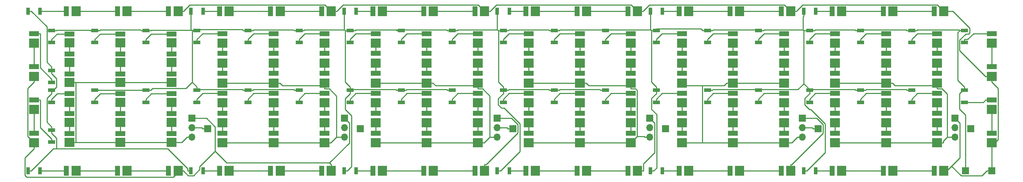
<source format=gbr>
G04 #@! TF.FileFunction,Copper,L1,Top,Signal*
%FSLAX46Y46*%
G04 Gerber Fmt 4.6, Leading zero omitted, Abs format (unit mm)*
G04 Created by KiCad (PCBNEW 4.0.7-e2-6376~58~ubuntu16.04.1) date Thu May 17 13:03:46 2018*
%MOMM*%
%LPD*%
G01*
G04 APERTURE LIST*
%ADD10C,0.100000*%
%ADD11R,1.700000X1.700000*%
%ADD12O,1.700000X1.700000*%
%ADD13R,2.400000X2.200000*%
%ADD14R,2.400000X1.200000*%
%ADD15R,2.200000X2.400000*%
%ADD16R,1.200000X2.400000*%
%ADD17R,1.700000X0.900000*%
%ADD18R,0.900000X1.700000*%
%ADD19C,0.250000*%
G04 APERTURE END LIST*
D10*
D11*
X264160000Y-129540000D03*
X77470000Y-116840000D03*
D12*
X77470000Y-119126000D03*
X77470000Y-121412000D03*
D13*
X72520000Y-122675000D03*
D14*
X72520000Y-120575000D03*
D13*
X72520000Y-117858000D03*
D14*
X72520000Y-115758000D03*
D13*
X72520000Y-113040000D03*
D14*
X72520000Y-110940000D03*
D13*
X72520000Y-108222000D03*
D14*
X72520000Y-106122000D03*
D13*
X72520000Y-103405000D03*
D14*
X72520000Y-101305000D03*
D13*
X72520000Y-98587500D03*
D14*
X72520000Y-96487500D03*
D13*
X60200000Y-122675000D03*
D14*
X60200000Y-120575000D03*
D13*
X60200000Y-117858000D03*
D14*
X60200000Y-115758000D03*
D13*
X60200000Y-113040000D03*
D14*
X60200000Y-110940000D03*
D13*
X60200000Y-108222000D03*
D14*
X60200000Y-106122000D03*
D13*
X60200000Y-103405000D03*
D14*
X60200000Y-101305000D03*
D13*
X60200000Y-98587500D03*
D14*
X60200000Y-96487500D03*
D13*
X47880000Y-122675000D03*
D14*
X47880000Y-120575000D03*
D13*
X47880000Y-117858000D03*
D14*
X47880000Y-115758000D03*
D13*
X47880000Y-113040000D03*
D14*
X47880000Y-110940000D03*
D13*
X47880000Y-108222000D03*
D14*
X47880000Y-106122000D03*
D13*
X47880000Y-103405000D03*
D14*
X47880000Y-101305000D03*
D13*
X47880000Y-98587500D03*
D14*
X47880000Y-96487500D03*
D11*
X81280000Y-119380000D03*
X270510000Y-129540000D03*
D13*
X39370000Y-98687500D03*
D14*
X39370000Y-96387500D03*
D13*
X39370000Y-106717000D03*
D14*
X39370000Y-104417000D03*
D13*
X39370000Y-114746000D03*
D14*
X39370000Y-112446000D03*
D13*
X39370000Y-122775000D03*
D14*
X39370000Y-120475000D03*
D15*
X49480000Y-91000000D03*
D16*
X47180000Y-91000000D03*
D15*
X49480000Y-129540000D03*
D16*
X47180000Y-129540000D03*
D15*
X61800000Y-91000000D03*
D16*
X59500000Y-91000000D03*
D15*
X61800000Y-129540000D03*
D16*
X59500000Y-129540000D03*
D15*
X74120000Y-91000000D03*
D16*
X71820000Y-91000000D03*
D15*
X74120000Y-129540000D03*
D16*
X71820000Y-129540000D03*
D13*
X84840000Y-98687500D03*
D14*
X84840000Y-96387500D03*
D13*
X84840000Y-103505000D03*
D14*
X84840000Y-101205000D03*
D13*
X84840000Y-108322000D03*
D14*
X84840000Y-106022000D03*
D13*
X84840000Y-113140000D03*
D14*
X84840000Y-110840000D03*
D13*
X84840000Y-117958000D03*
D14*
X84840000Y-115658000D03*
D13*
X84840000Y-122775000D03*
D14*
X84840000Y-120475000D03*
D15*
X86440000Y-91000000D03*
D16*
X84140000Y-91000000D03*
D15*
X86440000Y-129540000D03*
D16*
X84140000Y-129540000D03*
D15*
X98760000Y-91000000D03*
D16*
X96460000Y-91000000D03*
D13*
X97160000Y-98687500D03*
D14*
X97160000Y-96387500D03*
D13*
X97160000Y-103505000D03*
D14*
X97160000Y-101205000D03*
D13*
X97160000Y-108322000D03*
D14*
X97160000Y-106022000D03*
D13*
X97160000Y-113140000D03*
D14*
X97160000Y-110840000D03*
D13*
X97160000Y-117958000D03*
D14*
X97160000Y-115658000D03*
D13*
X97160000Y-122775000D03*
D14*
X97160000Y-120475000D03*
D15*
X98760000Y-129540000D03*
D16*
X96460000Y-129540000D03*
D15*
X111080000Y-91000000D03*
D16*
X108780000Y-91000000D03*
D15*
X111080000Y-129540000D03*
D16*
X108780000Y-129540000D03*
D13*
X109480000Y-98687500D03*
D14*
X109480000Y-96387500D03*
D13*
X109480000Y-103505000D03*
D14*
X109480000Y-101205000D03*
D13*
X109480000Y-108322000D03*
D14*
X109480000Y-106022000D03*
D13*
X109480000Y-113140000D03*
D14*
X109480000Y-110840000D03*
D13*
X109480000Y-117958000D03*
D14*
X109480000Y-115658000D03*
D13*
X109480000Y-122775000D03*
D14*
X109480000Y-120475000D03*
D13*
X121800000Y-98687500D03*
D14*
X121800000Y-96387500D03*
D13*
X121800000Y-103505000D03*
D14*
X121800000Y-101205000D03*
D13*
X121800000Y-108322000D03*
D14*
X121800000Y-106022000D03*
D13*
X121800000Y-113140000D03*
D14*
X121800000Y-110840000D03*
D13*
X121800000Y-117950000D03*
D14*
X121800000Y-115650000D03*
D13*
X121800000Y-122775000D03*
D14*
X121800000Y-120475000D03*
D15*
X123400000Y-91000000D03*
D16*
X121100000Y-91000000D03*
D15*
X123400000Y-129540000D03*
D16*
X121100000Y-129540000D03*
D13*
X134120000Y-98687500D03*
D14*
X134120000Y-96387500D03*
D13*
X134120000Y-103505000D03*
D14*
X134120000Y-101205000D03*
D13*
X134120000Y-108322000D03*
D14*
X134120000Y-106022000D03*
D13*
X134120000Y-113140000D03*
D14*
X134120000Y-110840000D03*
D13*
X134120000Y-117958000D03*
D14*
X134120000Y-115658000D03*
D13*
X134120000Y-122775000D03*
D14*
X134120000Y-120475000D03*
D15*
X135720000Y-91000000D03*
D16*
X133420000Y-91000000D03*
D15*
X135720000Y-129540000D03*
D16*
X133420000Y-129540000D03*
D15*
X148040000Y-91000000D03*
D16*
X145740000Y-91000000D03*
D13*
X146440000Y-98687500D03*
D14*
X146440000Y-96387500D03*
D13*
X146440000Y-103505000D03*
D14*
X146440000Y-101205000D03*
D13*
X146440000Y-108322000D03*
D14*
X146440000Y-106022000D03*
D13*
X146440000Y-113140000D03*
D14*
X146440000Y-110840000D03*
D13*
X146440000Y-117958000D03*
D14*
X146440000Y-115658000D03*
D13*
X146440000Y-122775000D03*
D14*
X146440000Y-120475000D03*
D15*
X148040000Y-129540000D03*
D16*
X145740000Y-129540000D03*
D13*
X270510000Y-98687500D03*
D14*
X270510000Y-96387500D03*
D13*
X270510000Y-106717000D03*
D14*
X270510000Y-104417000D03*
D13*
X270510000Y-114746000D03*
D14*
X270510000Y-112446000D03*
D13*
X270510000Y-122775000D03*
D14*
X270510000Y-120475000D03*
D11*
X118110000Y-119380000D03*
X265430000Y-119380000D03*
X114300000Y-116840000D03*
D12*
X114300000Y-119126000D03*
X114300000Y-121412000D03*
D11*
X151130000Y-116840000D03*
D12*
X151130000Y-119126000D03*
X151130000Y-121412000D03*
D17*
X43625000Y-105272000D03*
X43625000Y-108172000D03*
X43625000Y-119725000D03*
X43625000Y-122625000D03*
D18*
X37920000Y-91000000D03*
X40820000Y-91000000D03*
X37920000Y-129540000D03*
X40820000Y-129540000D03*
X77230000Y-91000000D03*
X80130000Y-91000000D03*
D17*
X78680000Y-95637500D03*
X78680000Y-98537500D03*
X78680000Y-110090000D03*
X78680000Y-112990000D03*
D18*
X77230000Y-129540000D03*
X80130000Y-129540000D03*
D17*
X91000000Y-95637500D03*
X91000000Y-98537500D03*
X91000000Y-110090000D03*
X91000000Y-112990000D03*
X103320000Y-95637500D03*
X103320000Y-98537500D03*
X103320000Y-110090000D03*
X103320000Y-112990000D03*
X115640000Y-95637500D03*
X115640000Y-98537500D03*
X115640000Y-110090000D03*
X115640000Y-112990000D03*
D18*
X114190000Y-91000000D03*
X117090000Y-91000000D03*
X114190000Y-129540000D03*
X117090000Y-129540000D03*
D17*
X127960000Y-95637500D03*
X127960000Y-98537500D03*
X127960000Y-110090000D03*
X127960000Y-112990000D03*
X140280000Y-95637500D03*
X140280000Y-98537500D03*
X140280000Y-110090000D03*
X140280000Y-112990000D03*
X263915000Y-95637500D03*
X263915000Y-98537500D03*
X263915000Y-110090000D03*
X263915000Y-112990000D03*
X43625000Y-95637500D03*
X43625000Y-98537500D03*
X43625000Y-110090000D03*
X43625000Y-112990000D03*
X54040000Y-95637500D03*
X54040000Y-98537500D03*
X54040000Y-110090000D03*
X54040000Y-112990000D03*
X66360000Y-95637500D03*
X66360000Y-98537500D03*
X66360000Y-110090000D03*
X66360000Y-112990000D03*
D13*
X158750000Y-98687500D03*
D14*
X158750000Y-96387500D03*
D13*
X158760000Y-103505000D03*
D14*
X158760000Y-101205000D03*
D13*
X158760000Y-108322000D03*
D14*
X158760000Y-106022000D03*
D13*
X158750000Y-113140000D03*
D14*
X158750000Y-110840000D03*
D13*
X158760000Y-117958000D03*
D14*
X158760000Y-115658000D03*
D13*
X158750000Y-122775000D03*
D14*
X158750000Y-120475000D03*
D15*
X160360000Y-91000000D03*
D16*
X158060000Y-91000000D03*
D15*
X160360000Y-129540000D03*
D16*
X158060000Y-129540000D03*
D13*
X171080000Y-98687500D03*
D14*
X171080000Y-96387500D03*
D13*
X171080000Y-103505000D03*
D14*
X171080000Y-101205000D03*
D13*
X171080000Y-108322000D03*
D14*
X171080000Y-106022000D03*
D13*
X171080000Y-113140000D03*
D14*
X171080000Y-110840000D03*
D13*
X171080000Y-117958000D03*
D14*
X171080000Y-115658000D03*
D13*
X171080000Y-122775000D03*
D14*
X171080000Y-120475000D03*
D15*
X172680000Y-91000000D03*
D16*
X170380000Y-91000000D03*
D15*
X172680000Y-129540000D03*
D16*
X170380000Y-129540000D03*
D15*
X185000000Y-91000000D03*
D16*
X182700000Y-91000000D03*
D13*
X183400000Y-98687500D03*
D14*
X183400000Y-96387500D03*
D13*
X183400000Y-103505000D03*
D14*
X183400000Y-101205000D03*
D13*
X183400000Y-108322000D03*
D14*
X183400000Y-106022000D03*
D13*
X183400000Y-113140000D03*
D14*
X183400000Y-110840000D03*
D13*
X183400000Y-117958000D03*
D14*
X183400000Y-115658000D03*
D13*
X183400000Y-122775000D03*
D14*
X183400000Y-120475000D03*
D15*
X185000000Y-129540000D03*
D16*
X182700000Y-129540000D03*
D13*
X195720000Y-98687500D03*
D14*
X195720000Y-96387500D03*
D13*
X195720000Y-103505000D03*
D14*
X195720000Y-101205000D03*
D13*
X195720000Y-108322000D03*
D14*
X195720000Y-106022000D03*
D13*
X195720000Y-113140000D03*
D14*
X195720000Y-110840000D03*
D13*
X195720000Y-117958000D03*
D14*
X195720000Y-115658000D03*
D13*
X195720000Y-122775000D03*
D14*
X195720000Y-120475000D03*
D15*
X197320000Y-91000000D03*
D16*
X195020000Y-91000000D03*
D15*
X197320000Y-129540000D03*
D16*
X195020000Y-129540000D03*
D13*
X208040000Y-98687500D03*
D14*
X208040000Y-96387500D03*
D13*
X208040000Y-103505000D03*
D14*
X208040000Y-101205000D03*
D13*
X208040000Y-108322000D03*
D14*
X208040000Y-106022000D03*
D13*
X208040000Y-113140000D03*
D14*
X208040000Y-110840000D03*
D13*
X208040000Y-117958000D03*
D14*
X208040000Y-115658000D03*
D13*
X208040000Y-122775000D03*
D14*
X208040000Y-120475000D03*
D15*
X209640000Y-91000000D03*
D16*
X207340000Y-91000000D03*
D15*
X209640000Y-129540000D03*
D16*
X207340000Y-129540000D03*
D15*
X221960000Y-91000000D03*
D16*
X219660000Y-91000000D03*
D13*
X220360000Y-98687500D03*
D14*
X220360000Y-96387500D03*
D13*
X220360000Y-103505000D03*
D14*
X220360000Y-101205000D03*
D13*
X220360000Y-108322000D03*
D14*
X220360000Y-106022000D03*
D13*
X220360000Y-113140000D03*
D14*
X220360000Y-110840000D03*
D13*
X220360000Y-117958000D03*
D14*
X220360000Y-115658000D03*
D13*
X220360000Y-122775000D03*
D14*
X220360000Y-120475000D03*
D15*
X221960000Y-129540000D03*
D16*
X219660000Y-129540000D03*
D13*
X232680000Y-98687500D03*
D14*
X232680000Y-96387500D03*
D13*
X232680000Y-103505000D03*
D14*
X232680000Y-101205000D03*
D13*
X232680000Y-108322000D03*
D14*
X232680000Y-106022000D03*
D13*
X232680000Y-113140000D03*
D14*
X232680000Y-110840000D03*
D13*
X232680000Y-117958000D03*
D14*
X232680000Y-115658000D03*
D13*
X232680000Y-122775000D03*
D14*
X232680000Y-120475000D03*
D15*
X234280000Y-91000000D03*
D16*
X231980000Y-91000000D03*
D15*
X234280000Y-129540000D03*
D16*
X231980000Y-129540000D03*
D13*
X245000000Y-98687500D03*
D14*
X245000000Y-96387500D03*
D13*
X245000000Y-103505000D03*
D14*
X245000000Y-101205000D03*
D13*
X245000000Y-108322000D03*
D14*
X245000000Y-106022000D03*
D13*
X245000000Y-113140000D03*
D14*
X245000000Y-110840000D03*
D13*
X245000000Y-117958000D03*
D14*
X245000000Y-115658000D03*
D13*
X245000000Y-122775000D03*
D14*
X245000000Y-120475000D03*
D15*
X246600000Y-91000000D03*
D16*
X244300000Y-91000000D03*
D15*
X246600000Y-129540000D03*
D16*
X244300000Y-129540000D03*
D15*
X258920000Y-91000000D03*
D16*
X256620000Y-91000000D03*
D13*
X257320000Y-98687500D03*
D14*
X257320000Y-96387500D03*
D13*
X257320000Y-103505000D03*
D14*
X257320000Y-101205000D03*
D13*
X257320000Y-108322000D03*
D14*
X257320000Y-106022000D03*
D13*
X257320000Y-113140000D03*
D14*
X257320000Y-110840000D03*
D13*
X257320000Y-117958000D03*
D14*
X257320000Y-115658000D03*
D13*
X257320000Y-122775000D03*
D14*
X257320000Y-120475000D03*
D15*
X258920000Y-129540000D03*
D16*
X256620000Y-129540000D03*
D11*
X154940000Y-119380000D03*
X191770000Y-119380000D03*
X228600000Y-119380000D03*
X187960000Y-116840000D03*
D12*
X187960000Y-119126000D03*
X187960000Y-121412000D03*
D11*
X224790000Y-116840000D03*
D12*
X224790000Y-119126000D03*
X224790000Y-121412000D03*
D11*
X261620000Y-116840000D03*
D12*
X261620000Y-119126000D03*
X261620000Y-121412000D03*
D17*
X152600000Y-95637500D03*
X152600000Y-98537500D03*
X152600000Y-110090000D03*
X152600000Y-112990000D03*
D18*
X151150000Y-91000000D03*
X154050000Y-91000000D03*
X151150000Y-129540000D03*
X154050000Y-129540000D03*
D17*
X164920000Y-95637500D03*
X164920000Y-98537500D03*
X164920000Y-110090000D03*
X164920000Y-112990000D03*
X177240000Y-95637500D03*
X177240000Y-98537500D03*
X177240000Y-110090000D03*
X177240000Y-112990000D03*
X189560000Y-95637500D03*
X189560000Y-98537500D03*
X189560000Y-110090000D03*
X189560000Y-112990000D03*
D18*
X188110000Y-91000000D03*
X191010000Y-91000000D03*
X188110000Y-129540000D03*
X191010000Y-129540000D03*
D17*
X201880000Y-95637500D03*
X201880000Y-98537500D03*
X201880000Y-110090000D03*
X201880000Y-112990000D03*
X214200000Y-95637500D03*
X214200000Y-98537500D03*
X214200000Y-110090000D03*
X214200000Y-112990000D03*
X226520000Y-95637500D03*
X226520000Y-98537500D03*
X226520000Y-110090000D03*
X226520000Y-112990000D03*
D18*
X225070000Y-91000000D03*
X227970000Y-91000000D03*
X225070000Y-129540000D03*
X227970000Y-129540000D03*
D17*
X238840000Y-95637500D03*
X238840000Y-98537500D03*
X238840000Y-110090000D03*
X238840000Y-112990000D03*
X251160000Y-95637500D03*
X251160000Y-98537500D03*
X251160000Y-110090000D03*
X251160000Y-112990000D03*
D19*
X47880000Y-98587500D02*
X47880000Y-101305000D01*
X44899700Y-96487500D02*
X47880000Y-96487500D01*
X43625000Y-97762200D02*
X44899700Y-96487500D01*
X43625000Y-98537500D02*
X43625000Y-97762200D01*
X47880000Y-103405000D02*
X47880000Y-106122000D01*
X60200000Y-108222000D02*
X72520000Y-108222000D01*
X60200000Y-122675000D02*
X72520000Y-122675000D01*
X75031700Y-122675000D02*
X76294700Y-121412000D01*
X72520000Y-122675000D02*
X75031700Y-122675000D01*
X77470000Y-121412000D02*
X76294700Y-121412000D01*
X47880000Y-122675000D02*
X49405300Y-122675000D01*
X47880000Y-108222000D02*
X49405300Y-108222000D01*
X49405300Y-108222000D02*
X60200000Y-108222000D01*
X49405300Y-108222000D02*
X49405300Y-122675000D01*
X60200000Y-122675000D02*
X58674700Y-122675000D01*
X49405300Y-122675000D02*
X58674700Y-122675000D01*
X47880000Y-113040000D02*
X47880000Y-115758000D01*
X44899700Y-110940000D02*
X47880000Y-110940000D01*
X43625000Y-112214700D02*
X44899700Y-110940000D01*
X43625000Y-112990000D02*
X43625000Y-112214700D01*
X47880000Y-117858000D02*
X47880000Y-120575000D01*
X60200000Y-98587500D02*
X60200000Y-101305000D01*
X55314700Y-96487500D02*
X60200000Y-96487500D01*
X54040000Y-97762200D02*
X55314700Y-96487500D01*
X54040000Y-98537500D02*
X54040000Y-97762200D01*
X60200000Y-103405000D02*
X60200000Y-106122000D01*
X60200000Y-113040000D02*
X60200000Y-115758000D01*
X55314700Y-110940000D02*
X60200000Y-110940000D01*
X54040000Y-112214700D02*
X55314700Y-110940000D01*
X54040000Y-112990000D02*
X54040000Y-112214700D01*
X60200000Y-117858000D02*
X60200000Y-120575000D01*
X72520000Y-98587500D02*
X72520000Y-101305000D01*
X67634700Y-96487500D02*
X72520000Y-96487500D01*
X66360000Y-97762200D02*
X67634700Y-96487500D01*
X66360000Y-98537500D02*
X66360000Y-97762200D01*
X72520000Y-103405000D02*
X72520000Y-106122000D01*
X72520000Y-113040000D02*
X72520000Y-115758000D01*
X67634700Y-110940000D02*
X72520000Y-110940000D01*
X66360000Y-112214700D02*
X67634700Y-110940000D01*
X66360000Y-112990000D02*
X66360000Y-112214700D01*
X72520000Y-117858000D02*
X72520000Y-120575000D01*
X111080000Y-129540000D02*
X111080000Y-128014700D01*
X148040000Y-129540000D02*
X148040000Y-128014700D01*
X151130000Y-116840000D02*
X152305300Y-116840000D01*
X270510000Y-122775000D02*
X270510000Y-123487600D01*
X270510000Y-106717000D02*
X270510000Y-108142300D01*
X270510000Y-106717000D02*
X268984700Y-106717000D01*
X111080000Y-128014700D02*
X110673600Y-127608300D01*
X149465300Y-90910900D02*
X149465300Y-91000000D01*
X150932900Y-89443300D02*
X149465300Y-90910900D01*
X183443300Y-89443300D02*
X150932900Y-89443300D01*
X185000000Y-91000000D02*
X183443300Y-89443300D01*
X185000000Y-91000000D02*
X186425300Y-91000000D01*
X186425300Y-90910900D02*
X186425300Y-91000000D01*
X187861600Y-89474600D02*
X186425300Y-90910900D01*
X220434600Y-89474600D02*
X187861600Y-89474600D01*
X221960000Y-91000000D02*
X220434600Y-89474600D01*
X221960000Y-91000000D02*
X223385300Y-91000000D01*
X223385300Y-90910900D02*
X223385300Y-91000000D01*
X224821600Y-89474600D02*
X223385300Y-90910900D01*
X257394600Y-89474600D02*
X224821600Y-89474600D01*
X258920000Y-91000000D02*
X257394600Y-89474600D01*
X115475400Y-118015400D02*
X114300000Y-116840000D01*
X115475400Y-122806500D02*
X115475400Y-118015400D01*
X110673600Y-127608300D02*
X115475400Y-122806500D01*
X75545300Y-90910900D02*
X75545300Y-91000000D01*
X76981600Y-89474600D02*
X75545300Y-90910900D01*
X109554600Y-89474600D02*
X76981600Y-89474600D01*
X111080000Y-91000000D02*
X109554600Y-89474600D01*
X74120000Y-91000000D02*
X75545300Y-91000000D01*
X111080000Y-91000000D02*
X112505300Y-91000000D01*
X148040000Y-91000000D02*
X148752700Y-91000000D01*
X112505300Y-90910900D02*
X112505300Y-91000000D01*
X113941600Y-89474600D02*
X112505300Y-90910900D01*
X146514600Y-89474600D02*
X113941600Y-89474600D01*
X148040000Y-91000000D02*
X146514600Y-89474600D01*
X148512900Y-128014700D02*
X148040000Y-128014700D01*
X156115400Y-120412200D02*
X148512900Y-128014700D01*
X156115400Y-118371800D02*
X156115400Y-120412200D01*
X154583600Y-116840000D02*
X156115400Y-118371800D01*
X152305300Y-116840000D02*
X154583600Y-116840000D01*
X148752700Y-91000000D02*
X149465300Y-91000000D01*
X221960000Y-129540000D02*
X221960000Y-128014700D01*
X222234000Y-128014700D02*
X221960000Y-128014700D01*
X229775400Y-120473300D02*
X222234000Y-128014700D01*
X229775400Y-118359300D02*
X229775400Y-120473300D01*
X228256100Y-116840000D02*
X229775400Y-118359300D01*
X224790000Y-116840000D02*
X228256100Y-116840000D01*
X261059100Y-91000000D02*
X258920000Y-91000000D01*
X265139300Y-95080200D02*
X261059100Y-91000000D01*
X265139300Y-96232000D02*
X265139300Y-95080200D01*
X264893000Y-96478300D02*
X265139300Y-96232000D01*
X264186300Y-96478300D02*
X264893000Y-96478300D01*
X262739600Y-97925000D02*
X264186300Y-96478300D01*
X262739600Y-100471900D02*
X262739600Y-97925000D01*
X268984700Y-106717000D02*
X262739600Y-100471900D01*
X272035400Y-121962200D02*
X270510000Y-123487600D01*
X272035400Y-109667700D02*
X272035400Y-121962200D01*
X270510000Y-108142300D02*
X272035400Y-109667700D01*
X270510000Y-123487600D02*
X270510000Y-129540000D01*
X258920000Y-129540000D02*
X259632700Y-129540000D01*
X39370000Y-106717000D02*
X39370000Y-108142300D01*
X185000000Y-129540000D02*
X186425300Y-129540000D01*
X186425300Y-127851200D02*
X186425300Y-129540000D01*
X189142800Y-125133700D02*
X186425300Y-127851200D01*
X189142800Y-118022800D02*
X189142800Y-125133700D01*
X187960000Y-116840000D02*
X189142800Y-118022800D01*
X270510000Y-129540000D02*
X269334700Y-129540000D01*
X268159400Y-130715300D02*
X269334700Y-129540000D01*
X263112200Y-130715300D02*
X268159400Y-130715300D01*
X260784800Y-128387900D02*
X263112200Y-130715300D01*
X259632700Y-129540000D02*
X260784800Y-128387900D01*
X262815800Y-118035800D02*
X261620000Y-116840000D01*
X262815800Y-126356900D02*
X262815800Y-118035800D01*
X260784800Y-128387900D02*
X262815800Y-126356900D01*
X37844600Y-109667700D02*
X39370000Y-108142300D01*
X37844600Y-121249600D02*
X37844600Y-109667700D01*
X39370000Y-122775000D02*
X37844600Y-121249600D01*
X80967400Y-116840000D02*
X77470000Y-116840000D01*
X83071000Y-118943600D02*
X80967400Y-116840000D01*
X83071000Y-124822600D02*
X83071000Y-118943600D01*
X85856700Y-127608300D02*
X83071000Y-124822600D01*
X110673600Y-127608300D02*
X85856700Y-127608300D01*
X75545300Y-129687000D02*
X75545300Y-129540000D01*
X76573700Y-130715400D02*
X75545300Y-129687000D01*
X77858400Y-130715400D02*
X76573700Y-130715400D01*
X79354600Y-129219200D02*
X77858400Y-130715400D01*
X79354600Y-128539000D02*
X79354600Y-129219200D01*
X83071000Y-124822600D02*
X79354600Y-128539000D01*
X74120000Y-129540000D02*
X74476400Y-129540000D01*
X74476400Y-129540000D02*
X75545300Y-129540000D01*
X37144600Y-126425700D02*
X39370000Y-124200300D01*
X37144600Y-130601300D02*
X37144600Y-126425700D01*
X37608700Y-131065400D02*
X37144600Y-130601300D01*
X72951000Y-131065400D02*
X37608700Y-131065400D01*
X74476400Y-129540000D02*
X72951000Y-131065400D01*
X39370000Y-122775000D02*
X39370000Y-124200300D01*
X251160000Y-95637500D02*
X252335300Y-95637500D01*
X189560000Y-95637500D02*
X189560000Y-95249800D01*
X200317000Y-95249800D02*
X200704700Y-95637500D01*
X189560000Y-95249800D02*
X200317000Y-95249800D01*
X201880000Y-95637500D02*
X200704700Y-95637500D01*
X78680000Y-95637500D02*
X77504700Y-95637500D01*
X115640000Y-95637500D02*
X116815300Y-95637500D01*
X78680000Y-95637500D02*
X78680000Y-95443600D01*
X89630800Y-95443600D02*
X89824700Y-95637500D01*
X78680000Y-95443600D02*
X89630800Y-95443600D01*
X91000000Y-95637500D02*
X89824700Y-95637500D01*
X140280000Y-95637500D02*
X139104700Y-95637500D01*
X127960000Y-95637500D02*
X126784700Y-95637500D01*
X126784700Y-95637500D02*
X126784700Y-95462100D01*
X116990700Y-95462100D02*
X126784700Y-95462100D01*
X116815300Y-95637500D02*
X116990700Y-95462100D01*
X138929300Y-95462100D02*
X139104700Y-95637500D01*
X126784700Y-95462100D02*
X138929300Y-95462100D01*
X54040000Y-95637500D02*
X52864700Y-95637500D01*
X54040000Y-95637500D02*
X55215300Y-95637500D01*
X55328800Y-95524000D02*
X55215300Y-95637500D01*
X65071200Y-95524000D02*
X55328800Y-95524000D01*
X65184700Y-95637500D02*
X65071200Y-95524000D01*
X66360000Y-95637500D02*
X67535300Y-95637500D01*
X66360000Y-95637500D02*
X65184700Y-95637500D01*
X77230000Y-95549800D02*
X77230000Y-91000000D01*
X52777000Y-95549800D02*
X52864700Y-95637500D01*
X44888000Y-95549800D02*
X52777000Y-95549800D01*
X44800300Y-95637500D02*
X44888000Y-95549800D01*
X42449600Y-117774300D02*
X43625000Y-118949700D01*
X42449600Y-112040700D02*
X42449600Y-117774300D01*
X43625000Y-110865300D02*
X42449600Y-112040700D01*
X43625000Y-119725000D02*
X43625000Y-118949700D01*
X189560000Y-95637500D02*
X188384700Y-95637500D01*
X44212700Y-95637500D02*
X44800300Y-95637500D01*
X44212700Y-95637500D02*
X43625000Y-95637500D01*
X42449700Y-94754400D02*
X38695300Y-91000000D01*
X42449700Y-95637500D02*
X42449700Y-94754400D01*
X37920000Y-91000000D02*
X38695300Y-91000000D01*
X43625000Y-119725000D02*
X43625000Y-120500300D01*
X67623000Y-95549800D02*
X77230000Y-95549800D01*
X67535300Y-95637500D02*
X67623000Y-95549800D01*
X77417000Y-95549800D02*
X77504700Y-95637500D01*
X77230000Y-95549800D02*
X77417000Y-95549800D01*
X77230000Y-129540000D02*
X76454700Y-129540000D01*
X114444000Y-112061300D02*
X115640000Y-110865300D01*
X114444000Y-114694400D02*
X114444000Y-112061300D01*
X115950800Y-116201200D02*
X114444000Y-114694400D01*
X115950800Y-128554500D02*
X115950800Y-116201200D01*
X114965300Y-129540000D02*
X115950800Y-128554500D01*
X114190000Y-129540000D02*
X114965300Y-129540000D01*
X115640000Y-110090000D02*
X115640000Y-110865300D01*
X115640000Y-95637500D02*
X114577300Y-95637500D01*
X214200000Y-110090000D02*
X214787700Y-110090000D01*
X201880000Y-110090000D02*
X203055300Y-110090000D01*
X262564300Y-95462100D02*
X262739700Y-95637500D01*
X252510700Y-95462100D02*
X262564300Y-95462100D01*
X252335300Y-95637500D02*
X252510700Y-95462100D01*
X263915000Y-95637500D02*
X262741100Y-95637500D01*
X262741100Y-95637500D02*
X262739700Y-95637500D01*
X262245400Y-96133200D02*
X262741100Y-95637500D01*
X262245400Y-107645100D02*
X262245400Y-96133200D01*
X263915000Y-109314700D02*
X262245400Y-107645100D01*
X263915000Y-110090000D02*
X263915000Y-109702300D01*
X263915000Y-109702300D02*
X263915000Y-109314700D01*
X264160000Y-116030200D02*
X264160000Y-129540000D01*
X262718200Y-114588400D02*
X264160000Y-116030200D01*
X262718200Y-110899100D02*
X262718200Y-114588400D01*
X263915000Y-109702300D02*
X262718200Y-110899100D01*
X92350700Y-109914600D02*
X92175300Y-110090000D01*
X101969300Y-109914600D02*
X92350700Y-109914600D01*
X102144700Y-110090000D02*
X101969300Y-109914600D01*
X103320000Y-110090000D02*
X102144700Y-110090000D01*
X91000000Y-110090000D02*
X92175300Y-110090000D01*
X78680000Y-110090000D02*
X78680000Y-109948000D01*
X78680000Y-109948000D02*
X78680000Y-109914600D01*
X78680000Y-109914600D02*
X78680000Y-109314700D01*
X89649300Y-109914600D02*
X89824700Y-110090000D01*
X78680000Y-109914600D02*
X89649300Y-109914600D01*
X91000000Y-110090000D02*
X89824700Y-110090000D01*
X114521000Y-95637500D02*
X114464700Y-95693800D01*
X114577300Y-95637500D02*
X114521000Y-95637500D01*
X114464700Y-108139400D02*
X115640000Y-109314700D01*
X114464700Y-95693800D02*
X114464700Y-108139400D01*
X114190000Y-95462100D02*
X114190000Y-91000000D01*
X114233000Y-95462100D02*
X114190000Y-95462100D01*
X114464700Y-95693800D02*
X114233000Y-95462100D01*
X104670700Y-95462100D02*
X104495300Y-95637500D01*
X114190000Y-95462100D02*
X104670700Y-95462100D01*
X166288100Y-109897200D02*
X166095300Y-110090000D01*
X175871900Y-109897200D02*
X166288100Y-109897200D01*
X176064700Y-110090000D02*
X175871900Y-109897200D01*
X177240000Y-110090000D02*
X176064700Y-110090000D01*
X164920000Y-110090000D02*
X166095300Y-110090000D01*
X43625000Y-95637500D02*
X42562300Y-95637500D01*
X42562300Y-95637500D02*
X42449700Y-95637500D01*
X42449700Y-103321400D02*
X43625000Y-104496700D01*
X42449700Y-95637500D02*
X42449700Y-103321400D01*
X43625000Y-105272000D02*
X43625000Y-104496700D01*
X43625000Y-110090000D02*
X43625000Y-110477600D01*
X43625000Y-110477600D02*
X43625000Y-110865300D01*
X44800400Y-107222700D02*
X43625000Y-106047300D01*
X44800400Y-109302200D02*
X44800400Y-107222700D01*
X43625000Y-110477600D02*
X44800400Y-109302200D01*
X43625000Y-105272000D02*
X43625000Y-106047300D01*
X103907700Y-95637500D02*
X104495300Y-95637500D01*
X103907700Y-95637500D02*
X103320000Y-95637500D01*
X92358100Y-95454700D02*
X92175300Y-95637500D01*
X101961900Y-95454700D02*
X92358100Y-95454700D01*
X102144700Y-95637500D02*
X101961900Y-95454700D01*
X103320000Y-95637500D02*
X102144700Y-95637500D01*
X91000000Y-95637500D02*
X92175300Y-95637500D01*
X151150000Y-91000000D02*
X151150000Y-92175300D01*
X140280000Y-95637500D02*
X141455300Y-95637500D01*
X177240000Y-95549800D02*
X177240000Y-95462300D01*
X177240000Y-95637500D02*
X177240000Y-95549800D01*
X177240000Y-95462300D02*
X177240000Y-95462100D01*
X188110000Y-91000000D02*
X188110000Y-92175300D01*
X188110000Y-95462100D02*
X188110000Y-92175300D01*
X189560000Y-110090000D02*
X189560000Y-109314700D01*
X188209300Y-95462100D02*
X188384700Y-95637500D01*
X188110000Y-95462100D02*
X188209300Y-95462100D01*
X188384700Y-108139400D02*
X189560000Y-109314700D01*
X188384700Y-95637500D02*
X188384700Y-108139400D01*
X188384600Y-112040700D02*
X189560000Y-110865300D01*
X188384600Y-114715000D02*
X188384600Y-112040700D01*
X189605400Y-115935800D02*
X188384600Y-114715000D01*
X189605400Y-128819900D02*
X189605400Y-115935800D01*
X188885300Y-129540000D02*
X189605400Y-128819900D01*
X188110000Y-129540000D02*
X188885300Y-129540000D01*
X189560000Y-110090000D02*
X189560000Y-110865300D01*
X227878100Y-95454700D02*
X227695300Y-95637500D01*
X237481900Y-95454700D02*
X227878100Y-95454700D01*
X237664700Y-95637500D02*
X237481900Y-95454700D01*
X226520000Y-95637500D02*
X227695300Y-95637500D01*
X238840000Y-95637500D02*
X238252400Y-95637500D01*
X238252400Y-95637500D02*
X237664700Y-95637500D01*
X249809300Y-95462100D02*
X249984700Y-95637500D01*
X238427800Y-95462100D02*
X249809300Y-95462100D01*
X238252400Y-95637500D02*
X238427800Y-95462100D01*
X251160000Y-95637500D02*
X249984700Y-95637500D01*
X129310700Y-109914600D02*
X129135300Y-110090000D01*
X138929300Y-109914600D02*
X129310700Y-109914600D01*
X139104700Y-110090000D02*
X138929300Y-109914600D01*
X140280000Y-110090000D02*
X139104700Y-110090000D01*
X127960000Y-110090000D02*
X129135300Y-110090000D01*
X151150000Y-92175300D02*
X151150000Y-95462100D01*
X141630700Y-95462100D02*
X141455300Y-95637500D01*
X151150000Y-95462100D02*
X141630700Y-95462100D01*
X151380500Y-112084800D02*
X152600000Y-110865300D01*
X151380500Y-113572900D02*
X151380500Y-112084800D01*
X152204000Y-114396400D02*
X151380500Y-113572900D01*
X152780600Y-114396400D02*
X152204000Y-114396400D01*
X156585600Y-118201400D02*
X152780600Y-114396400D01*
X156585600Y-124879700D02*
X156585600Y-118201400D01*
X151925300Y-129540000D02*
X156585600Y-124879700D01*
X151150000Y-129540000D02*
X151925300Y-129540000D01*
X152600000Y-110090000D02*
X152600000Y-110865300D01*
X153958100Y-95454700D02*
X153775300Y-95637500D01*
X163561900Y-95454700D02*
X153958100Y-95454700D01*
X163744700Y-95637500D02*
X163561900Y-95454700D01*
X164920000Y-95637500D02*
X163744700Y-95637500D01*
X152600000Y-95637500D02*
X153775300Y-95637500D01*
X152600000Y-95637500D02*
X151424700Y-95637500D01*
X151325400Y-95637500D02*
X151424700Y-95637500D01*
X151150000Y-95462100D02*
X151325400Y-95637500D01*
X188110000Y-95462100D02*
X177240000Y-95462100D01*
X166270700Y-95462100D02*
X166095300Y-95637500D01*
X177240000Y-95462100D02*
X166270700Y-95462100D01*
X164920000Y-95637500D02*
X166095300Y-95637500D01*
X240190700Y-109914600D02*
X240015300Y-110090000D01*
X249809300Y-109914600D02*
X240190700Y-109914600D01*
X249984700Y-110090000D02*
X249809300Y-109914600D01*
X251160000Y-110090000D02*
X249984700Y-110090000D01*
X238840000Y-110090000D02*
X240015300Y-110090000D01*
X238840000Y-110090000D02*
X237664700Y-110090000D01*
X115640000Y-110090000D02*
X115640000Y-109948000D01*
X115640000Y-109948000D02*
X115640000Y-109914600D01*
X115640000Y-109914600D02*
X115640000Y-109314700D01*
X126609300Y-109914600D02*
X126784700Y-110090000D01*
X115640000Y-109914600D02*
X126609300Y-109914600D01*
X127960000Y-110090000D02*
X126784700Y-110090000D01*
X164920000Y-110090000D02*
X163744700Y-110090000D01*
X163569300Y-109914600D02*
X163744700Y-110090000D01*
X153950700Y-109914600D02*
X163569300Y-109914600D01*
X153775300Y-110090000D02*
X153950700Y-109914600D01*
X151424700Y-108139400D02*
X151424700Y-95637500D01*
X152600000Y-109314700D02*
X151424700Y-108139400D01*
X152600000Y-110090000D02*
X152600000Y-109314700D01*
X152600000Y-110090000D02*
X153775300Y-110090000D01*
X214200000Y-95637500D02*
X214787700Y-95637500D01*
X214787700Y-95637500D02*
X215375300Y-95637500D01*
X203230700Y-95462100D02*
X203055300Y-95637500D01*
X214612300Y-95462100D02*
X203230700Y-95462100D01*
X214787700Y-95637500D02*
X214612300Y-95462100D01*
X201880000Y-95637500D02*
X203055300Y-95637500D01*
X67978000Y-109647300D02*
X67535300Y-110090000D01*
X75996800Y-109647300D02*
X67978000Y-109647300D01*
X77504700Y-108139400D02*
X75996800Y-109647300D01*
X77504700Y-95637500D02*
X77504700Y-108139400D01*
X77504700Y-108139400D02*
X78680000Y-109314700D01*
X66360000Y-110090000D02*
X66947700Y-110090000D01*
X66947700Y-110090000D02*
X67535300Y-110090000D01*
X55290700Y-110014600D02*
X55215300Y-110090000D01*
X66872300Y-110014600D02*
X55290700Y-110014600D01*
X66947700Y-110090000D02*
X66872300Y-110014600D01*
X54040000Y-110090000D02*
X55215300Y-110090000D01*
X37920000Y-129540000D02*
X38695300Y-129540000D01*
X44809000Y-121684300D02*
X43625000Y-120500300D01*
X44809000Y-124186200D02*
X44809000Y-121684300D01*
X71585500Y-124186200D02*
X44809000Y-124186200D01*
X76454700Y-129055400D02*
X71585500Y-124186200D01*
X76454700Y-129540000D02*
X76454700Y-129055400D01*
X44049100Y-124186200D02*
X38695300Y-129540000D01*
X44809000Y-124186200D02*
X44049100Y-124186200D01*
X226520000Y-110090000D02*
X226520000Y-109914600D01*
X237489300Y-109914600D02*
X237664700Y-110090000D01*
X226520000Y-109914600D02*
X237489300Y-109914600D01*
X225344600Y-112040700D02*
X226520000Y-110865300D01*
X225344600Y-113592800D02*
X225344600Y-112040700D01*
X226466800Y-114715000D02*
X225344600Y-113592800D01*
X226841000Y-114715000D02*
X226466800Y-114715000D01*
X230278600Y-118152600D02*
X226841000Y-114715000D01*
X230278600Y-125106700D02*
X230278600Y-118152600D01*
X225845300Y-129540000D02*
X230278600Y-125106700D01*
X225070000Y-129540000D02*
X225845300Y-129540000D01*
X226520000Y-110090000D02*
X226520000Y-110865300D01*
X203230700Y-109914600D02*
X203055300Y-110090000D01*
X214612300Y-109914600D02*
X203230700Y-109914600D01*
X214787700Y-110090000D02*
X214612300Y-109914600D01*
X225113000Y-108507600D02*
X226520000Y-109914600D01*
X223706000Y-109914600D02*
X225113000Y-108507600D01*
X214963100Y-109914600D02*
X223706000Y-109914600D01*
X214787700Y-110090000D02*
X214963100Y-109914600D01*
X226520000Y-95637500D02*
X225344700Y-95637500D01*
X225113000Y-95653200D02*
X225113000Y-108507600D01*
X225329000Y-95653200D02*
X225344700Y-95637500D01*
X225113000Y-95653200D02*
X225329000Y-95653200D01*
X224921900Y-92323400D02*
X225070000Y-92175300D01*
X224921900Y-95462100D02*
X224921900Y-92323400D01*
X215550700Y-95462100D02*
X224921900Y-95462100D01*
X215375300Y-95637500D02*
X215550700Y-95462100D01*
X224921900Y-95462100D02*
X225113000Y-95653200D01*
X225070000Y-91000000D02*
X225070000Y-92175300D01*
X79850700Y-119126000D02*
X80104700Y-119380000D01*
X77470000Y-119126000D02*
X79850700Y-119126000D01*
X81280000Y-119380000D02*
X80104700Y-119380000D01*
X39370000Y-104417000D02*
X39370000Y-98687500D01*
X40895300Y-104667000D02*
X40895300Y-96387500D01*
X43625000Y-107396700D02*
X40895300Y-104667000D01*
X43625000Y-108172000D02*
X43625000Y-107396700D01*
X39370000Y-96387500D02*
X40895300Y-96387500D01*
X39370000Y-120475000D02*
X39370000Y-114746000D01*
X40895300Y-119120000D02*
X40895300Y-112446000D01*
X43625000Y-121849700D02*
X40895300Y-119120000D01*
X43625000Y-122625000D02*
X43625000Y-121849700D01*
X39370000Y-112446000D02*
X40895300Y-112446000D01*
X59500000Y-91000000D02*
X49480000Y-91000000D01*
X40820000Y-91000000D02*
X47180000Y-91000000D01*
X59500000Y-129540000D02*
X49480000Y-129540000D01*
X40820000Y-129540000D02*
X47180000Y-129540000D01*
X71820000Y-91000000D02*
X61800000Y-91000000D01*
X71820000Y-129540000D02*
X61800000Y-129540000D01*
X84840000Y-101205000D02*
X84840000Y-98687500D01*
X80054700Y-96387500D02*
X84840000Y-96387500D01*
X78680000Y-97762200D02*
X80054700Y-96387500D01*
X78680000Y-98537500D02*
X78680000Y-97762200D01*
X84840000Y-106022000D02*
X84840000Y-103505000D01*
X97160000Y-122775000D02*
X109480000Y-122775000D01*
X84840000Y-122775000D02*
X97160000Y-122775000D01*
X114300000Y-121412000D02*
X113237300Y-121412000D01*
X97160000Y-108322000D02*
X84840000Y-108322000D01*
X109480000Y-122775000D02*
X111005300Y-122775000D01*
X110649200Y-109747300D02*
X109480000Y-109747300D01*
X112368300Y-111466400D02*
X110649200Y-109747300D01*
X112368300Y-121412000D02*
X112368300Y-111466400D01*
X113237300Y-121412000D02*
X112368300Y-121412000D01*
X112368300Y-121412000D02*
X111005300Y-122775000D01*
X109480000Y-108322000D02*
X109480000Y-108930900D01*
X109480000Y-108930900D02*
X109480000Y-109747300D01*
X99294200Y-108930900D02*
X98685300Y-108322000D01*
X109480000Y-108930900D02*
X99294200Y-108930900D01*
X97160000Y-108322000D02*
X98685300Y-108322000D01*
X84840000Y-115658000D02*
X84840000Y-113140000D01*
X80054700Y-110840000D02*
X84840000Y-110840000D01*
X78680000Y-112214700D02*
X80054700Y-110840000D01*
X78680000Y-112990000D02*
X78680000Y-112214700D01*
X84840000Y-120475000D02*
X84840000Y-117958000D01*
X96460000Y-91000000D02*
X86440000Y-91000000D01*
X80130000Y-91000000D02*
X84140000Y-91000000D01*
X96460000Y-129540000D02*
X86440000Y-129540000D01*
X80130000Y-129540000D02*
X84140000Y-129540000D01*
X108780000Y-91000000D02*
X98760000Y-91000000D01*
X97160000Y-101205000D02*
X97160000Y-98687500D01*
X92374700Y-96387500D02*
X97160000Y-96387500D01*
X91000000Y-97762200D02*
X92374700Y-96387500D01*
X91000000Y-98537500D02*
X91000000Y-97762200D01*
X97160000Y-106022000D02*
X97160000Y-103505000D01*
X97160000Y-115658000D02*
X97160000Y-113140000D01*
X92374700Y-110840000D02*
X97160000Y-110840000D01*
X91000000Y-112214700D02*
X92374700Y-110840000D01*
X91000000Y-112990000D02*
X91000000Y-112214700D01*
X97160000Y-120475000D02*
X97160000Y-117958000D01*
X108780000Y-129540000D02*
X98760000Y-129540000D01*
X109480000Y-101205000D02*
X109480000Y-98687500D01*
X104694700Y-96387500D02*
X109480000Y-96387500D01*
X103320000Y-97762200D02*
X104694700Y-96387500D01*
X103320000Y-98537500D02*
X103320000Y-97762200D01*
X109480000Y-106022000D02*
X109480000Y-103505000D01*
X109480000Y-115658000D02*
X109480000Y-113140000D01*
X104694700Y-110840000D02*
X109480000Y-110840000D01*
X103320000Y-112214700D02*
X104694700Y-110840000D01*
X103320000Y-112990000D02*
X103320000Y-112214700D01*
X109480000Y-120475000D02*
X109480000Y-117958000D01*
X121800000Y-101205000D02*
X121800000Y-98687500D01*
X117014700Y-96387500D02*
X121800000Y-96387500D01*
X115640000Y-97762200D02*
X117014700Y-96387500D01*
X115640000Y-98537500D02*
X115640000Y-97762200D01*
X121800000Y-106022000D02*
X121800000Y-103505000D01*
X134120000Y-122775000D02*
X146440000Y-122775000D01*
X121800000Y-122775000D02*
X134120000Y-122775000D01*
X151130000Y-121412000D02*
X150067300Y-121412000D01*
X146440000Y-122775000D02*
X147965300Y-122775000D01*
X147609200Y-109747300D02*
X146440000Y-109747300D01*
X149328300Y-111466400D02*
X147609200Y-109747300D01*
X149328300Y-121412000D02*
X149328300Y-111466400D01*
X150067300Y-121412000D02*
X149328300Y-121412000D01*
X149328300Y-121412000D02*
X147965300Y-122775000D01*
X146440000Y-108322000D02*
X146440000Y-108930900D01*
X146440000Y-108930900D02*
X146440000Y-109747300D01*
X121800000Y-108322000D02*
X123325300Y-108322000D01*
X136254200Y-108930900D02*
X135645300Y-108322000D01*
X146440000Y-108930900D02*
X136254200Y-108930900D01*
X134120000Y-108322000D02*
X123325300Y-108322000D01*
X134120000Y-108322000D02*
X135645300Y-108322000D01*
X121800000Y-115650000D02*
X121800000Y-113140000D01*
X117014700Y-110840000D02*
X121800000Y-110840000D01*
X115640000Y-112214700D02*
X117014700Y-110840000D01*
X115640000Y-112990000D02*
X115640000Y-112214700D01*
X121800000Y-120475000D02*
X121800000Y-117950000D01*
X133420000Y-91000000D02*
X123400000Y-91000000D01*
X117090000Y-91000000D02*
X121100000Y-91000000D01*
X133420000Y-129540000D02*
X123400000Y-129540000D01*
X117090000Y-129540000D02*
X121100000Y-129540000D01*
X134120000Y-101205000D02*
X134120000Y-98687500D01*
X129334700Y-96387500D02*
X134120000Y-96387500D01*
X127960000Y-97762200D02*
X129334700Y-96387500D01*
X127960000Y-98537500D02*
X127960000Y-97762200D01*
X134120000Y-106022000D02*
X134120000Y-103505000D01*
X134120000Y-115658000D02*
X134120000Y-113140000D01*
X129334700Y-110840000D02*
X134120000Y-110840000D01*
X127960000Y-112214700D02*
X129334700Y-110840000D01*
X127960000Y-112990000D02*
X127960000Y-112214700D01*
X134120000Y-120475000D02*
X134120000Y-117958000D01*
X145740000Y-91000000D02*
X135720000Y-91000000D01*
X145740000Y-129540000D02*
X135720000Y-129540000D01*
X146440000Y-101205000D02*
X146440000Y-98687500D01*
X141654700Y-96387500D02*
X146440000Y-96387500D01*
X140280000Y-97762200D02*
X141654700Y-96387500D01*
X140280000Y-98537500D02*
X140280000Y-97762200D01*
X146440000Y-106022000D02*
X146440000Y-103505000D01*
X146440000Y-115658000D02*
X146440000Y-113140000D01*
X141654700Y-110840000D02*
X146440000Y-110840000D01*
X140280000Y-112214700D02*
X141654700Y-110840000D01*
X140280000Y-112990000D02*
X140280000Y-112214700D01*
X146440000Y-120475000D02*
X146440000Y-117958000D01*
X270510000Y-104417000D02*
X270510000Y-98687500D01*
X266065000Y-96387500D02*
X270510000Y-96387500D01*
X264690300Y-97762200D02*
X266065000Y-96387500D01*
X263915000Y-97762200D02*
X264690300Y-97762200D01*
X263915000Y-98537500D02*
X263915000Y-97762200D01*
X270510000Y-120475000D02*
X270510000Y-114746000D01*
X268440700Y-112990000D02*
X268984700Y-112446000D01*
X263915000Y-112990000D02*
X268440700Y-112990000D01*
X270510000Y-112446000D02*
X268984700Y-112446000D01*
X158750000Y-100269700D02*
X158750000Y-98687500D01*
X158760000Y-100279700D02*
X158750000Y-100269700D01*
X158760000Y-101205000D02*
X158760000Y-100279700D01*
X153974700Y-96387500D02*
X158750000Y-96387500D01*
X152600000Y-97762200D02*
X153974700Y-96387500D01*
X152600000Y-98537500D02*
X152600000Y-97762200D01*
X158760000Y-106022000D02*
X158760000Y-103505000D01*
X158750000Y-122775000D02*
X171080000Y-122775000D01*
X187960000Y-121412000D02*
X186784700Y-121412000D01*
X171080000Y-108322000D02*
X158760000Y-108322000D01*
X171080000Y-122775000D02*
X172605300Y-122775000D01*
X183400000Y-122775000D02*
X172605300Y-122775000D01*
X184569200Y-109747300D02*
X183400000Y-109747300D01*
X184925400Y-110103500D02*
X184569200Y-109747300D01*
X184925400Y-121249600D02*
X184925400Y-110103500D01*
X186622300Y-121249600D02*
X184925400Y-121249600D01*
X186784700Y-121412000D02*
X186622300Y-121249600D01*
X184925400Y-121249600D02*
X183400000Y-122775000D01*
X183400000Y-108322000D02*
X183400000Y-108930900D01*
X183400000Y-108930900D02*
X183400000Y-109747300D01*
X173214200Y-108930900D02*
X172605300Y-108322000D01*
X183400000Y-108930900D02*
X173214200Y-108930900D01*
X171080000Y-108322000D02*
X172605300Y-108322000D01*
X158750000Y-114722700D02*
X158750000Y-113140000D01*
X158760000Y-114732700D02*
X158750000Y-114722700D01*
X158760000Y-115658000D02*
X158760000Y-114732700D01*
X153974700Y-110840000D02*
X158750000Y-110840000D01*
X152600000Y-112214700D02*
X153974700Y-110840000D01*
X152600000Y-112990000D02*
X152600000Y-112214700D01*
X158760000Y-119539700D02*
X158760000Y-117958000D01*
X158750000Y-119549700D02*
X158760000Y-119539700D01*
X158750000Y-120475000D02*
X158750000Y-119549700D01*
X170380000Y-91000000D02*
X160360000Y-91000000D01*
X154050000Y-91000000D02*
X158060000Y-91000000D01*
X170380000Y-129540000D02*
X160360000Y-129540000D01*
X154050000Y-129540000D02*
X158060000Y-129540000D01*
X171080000Y-101205000D02*
X171080000Y-98687500D01*
X166294700Y-96387500D02*
X171080000Y-96387500D01*
X164920000Y-97762200D02*
X166294700Y-96387500D01*
X164920000Y-98537500D02*
X164920000Y-97762200D01*
X171080000Y-106022000D02*
X171080000Y-103505000D01*
X171080000Y-115658000D02*
X171080000Y-113140000D01*
X166294700Y-110840000D02*
X171080000Y-110840000D01*
X164920000Y-112214700D02*
X166294700Y-110840000D01*
X164920000Y-112990000D02*
X164920000Y-112214700D01*
X171080000Y-120475000D02*
X171080000Y-117958000D01*
X182700000Y-91000000D02*
X172680000Y-91000000D01*
X182700000Y-129540000D02*
X172680000Y-129540000D01*
X183400000Y-101205000D02*
X183400000Y-98687500D01*
X178614700Y-96387500D02*
X183400000Y-96387500D01*
X177240000Y-97762200D02*
X178614700Y-96387500D01*
X177240000Y-98537500D02*
X177240000Y-97762200D01*
X183400000Y-106022000D02*
X183400000Y-103505000D01*
X183400000Y-115658000D02*
X183400000Y-113140000D01*
X178614700Y-110840000D02*
X183400000Y-110840000D01*
X177240000Y-112214700D02*
X178614700Y-110840000D01*
X177240000Y-112990000D02*
X177240000Y-112214700D01*
X183400000Y-120475000D02*
X183400000Y-117958000D01*
X195720000Y-101205000D02*
X195720000Y-98687500D01*
X190934700Y-96387500D02*
X195720000Y-96387500D01*
X189560000Y-97762200D02*
X190934700Y-96387500D01*
X189560000Y-98537500D02*
X189560000Y-97762200D01*
X195720000Y-106022000D02*
X195720000Y-103505000D01*
X224790000Y-121412000D02*
X223614700Y-121412000D01*
X208040000Y-108322000D02*
X220360000Y-108322000D01*
X195720000Y-108322000D02*
X195720000Y-108930900D01*
X208040000Y-108322000D02*
X206514700Y-108322000D01*
X195720000Y-108930900D02*
X200644000Y-108930900D01*
X205905800Y-108930900D02*
X206514700Y-108322000D01*
X200644000Y-108930900D02*
X205905800Y-108930900D01*
X200644000Y-108930900D02*
X200644000Y-122775000D01*
X208040000Y-122775000D02*
X200644000Y-122775000D01*
X200644000Y-122775000D02*
X195720000Y-122775000D01*
X222251700Y-122775000D02*
X220360000Y-122775000D01*
X223614700Y-121412000D02*
X222251700Y-122775000D01*
X220360000Y-122775000D02*
X208040000Y-122775000D01*
X195720000Y-115658000D02*
X195720000Y-113140000D01*
X190934700Y-110840000D02*
X195720000Y-110840000D01*
X189560000Y-112214700D02*
X190934700Y-110840000D01*
X189560000Y-112990000D02*
X189560000Y-112214700D01*
X195720000Y-120475000D02*
X195720000Y-117958000D01*
X207340000Y-91000000D02*
X197320000Y-91000000D01*
X191010000Y-91000000D02*
X195020000Y-91000000D01*
X207340000Y-129540000D02*
X197320000Y-129540000D01*
X191010000Y-129540000D02*
X195020000Y-129540000D01*
X208040000Y-101205000D02*
X208040000Y-98687500D01*
X203254700Y-96387500D02*
X208040000Y-96387500D01*
X201880000Y-97762200D02*
X203254700Y-96387500D01*
X201880000Y-98537500D02*
X201880000Y-97762200D01*
X208040000Y-106022000D02*
X208040000Y-103505000D01*
X208040000Y-115658000D02*
X208040000Y-113140000D01*
X203254700Y-110840000D02*
X208040000Y-110840000D01*
X201880000Y-112214700D02*
X203254700Y-110840000D01*
X201880000Y-112990000D02*
X201880000Y-112214700D01*
X208040000Y-120475000D02*
X208040000Y-117958000D01*
X219660000Y-91000000D02*
X209640000Y-91000000D01*
X219660000Y-129540000D02*
X209640000Y-129540000D01*
X220360000Y-101205000D02*
X220360000Y-98687500D01*
X215574700Y-96387500D02*
X220360000Y-96387500D01*
X214200000Y-97762200D02*
X215574700Y-96387500D01*
X214200000Y-98537500D02*
X214200000Y-97762200D01*
X220360000Y-106022000D02*
X220360000Y-103505000D01*
X220360000Y-115658000D02*
X220360000Y-113140000D01*
X215574700Y-110840000D02*
X220360000Y-110840000D01*
X214200000Y-112214700D02*
X215574700Y-110840000D01*
X214200000Y-112990000D02*
X214200000Y-112214700D01*
X220360000Y-120475000D02*
X220360000Y-117958000D01*
X232680000Y-101205000D02*
X232680000Y-98687500D01*
X227894700Y-96387500D02*
X232680000Y-96387500D01*
X226520000Y-97762200D02*
X227894700Y-96387500D01*
X226520000Y-98537500D02*
X226520000Y-97762200D01*
X232680000Y-106022000D02*
X232680000Y-103505000D01*
X232680000Y-122775000D02*
X245000000Y-122775000D01*
X261620000Y-121412000D02*
X260444700Y-121412000D01*
X232680000Y-108322000D02*
X234205300Y-108322000D01*
X245000000Y-108322000D02*
X234205300Y-108322000D01*
X257320000Y-122775000D02*
X245000000Y-122775000D01*
X260444700Y-121412000D02*
X259763200Y-121412000D01*
X258845300Y-122329900D02*
X259763200Y-121412000D01*
X258845300Y-122775000D02*
X258845300Y-122329900D01*
X258489200Y-109747300D02*
X257320000Y-109747300D01*
X259763200Y-111021300D02*
X258489200Y-109747300D01*
X259763200Y-121412000D02*
X259763200Y-111021300D01*
X257320000Y-122775000D02*
X258845300Y-122775000D01*
X257320000Y-108322000D02*
X257320000Y-108930900D01*
X257320000Y-108930900D02*
X257320000Y-109747300D01*
X247134200Y-108930900D02*
X246525300Y-108322000D01*
X257320000Y-108930900D02*
X247134200Y-108930900D01*
X245000000Y-108322000D02*
X246525300Y-108322000D01*
X232680000Y-115658000D02*
X232680000Y-113140000D01*
X227894700Y-110840000D02*
X232680000Y-110840000D01*
X226520000Y-112214700D02*
X227894700Y-110840000D01*
X226520000Y-112990000D02*
X226520000Y-112214700D01*
X232680000Y-120475000D02*
X232680000Y-117958000D01*
X244300000Y-91000000D02*
X234280000Y-91000000D01*
X227970000Y-91000000D02*
X231980000Y-91000000D01*
X244300000Y-129540000D02*
X234280000Y-129540000D01*
X227970000Y-129540000D02*
X231980000Y-129540000D01*
X245000000Y-101205000D02*
X245000000Y-98687500D01*
X240214700Y-96387500D02*
X245000000Y-96387500D01*
X238840000Y-97762200D02*
X240214700Y-96387500D01*
X238840000Y-98537500D02*
X238840000Y-97762200D01*
X245000000Y-106022000D02*
X245000000Y-103505000D01*
X245000000Y-115658000D02*
X245000000Y-113140000D01*
X240214700Y-110840000D02*
X245000000Y-110840000D01*
X238840000Y-112214700D02*
X240214700Y-110840000D01*
X238840000Y-112990000D02*
X238840000Y-112214700D01*
X245000000Y-120475000D02*
X245000000Y-117958000D01*
X256620000Y-91000000D02*
X246600000Y-91000000D01*
X256620000Y-129540000D02*
X246600000Y-129540000D01*
X257320000Y-101205000D02*
X257320000Y-98687500D01*
X252534700Y-96387500D02*
X257320000Y-96387500D01*
X251160000Y-97762200D02*
X252534700Y-96387500D01*
X251160000Y-98537500D02*
X251160000Y-97762200D01*
X257320000Y-106022000D02*
X257320000Y-103505000D01*
X257320000Y-115658000D02*
X257320000Y-113140000D01*
X252534700Y-110840000D02*
X257320000Y-110840000D01*
X251160000Y-112214700D02*
X252534700Y-110840000D01*
X251160000Y-112990000D02*
X251160000Y-112214700D01*
X257320000Y-120475000D02*
X257320000Y-117958000D01*
X153510700Y-119126000D02*
X153764700Y-119380000D01*
X151130000Y-119126000D02*
X153510700Y-119126000D01*
X154940000Y-119380000D02*
X153764700Y-119380000D01*
X227170700Y-119126000D02*
X227424700Y-119380000D01*
X224790000Y-119126000D02*
X227170700Y-119126000D01*
X228600000Y-119380000D02*
X227424700Y-119380000D01*
M02*

</source>
